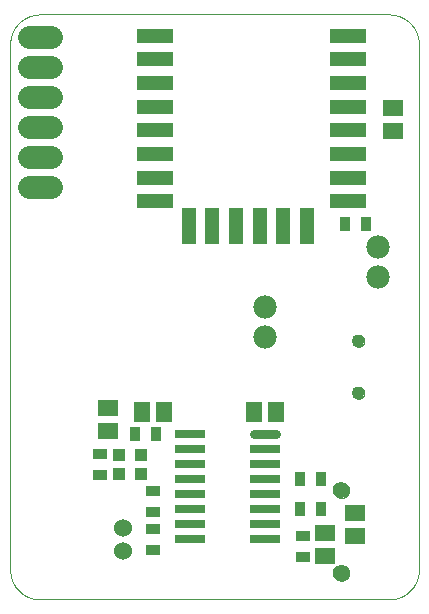
<source format=gbs>
G75*
%MOIN*%
%OFA0B0*%
%FSLAX25Y25*%
%IPPOS*%
%LPD*%
%AMOC8*
5,1,8,0,0,1.08239X$1,22.5*
%
%ADD10C,0.00000*%
%ADD11C,0.06000*%
%ADD12R,0.03550X0.05124*%
%ADD13R,0.05124X0.03550*%
%ADD14C,0.07800*%
%ADD15C,0.07800*%
%ADD16R,0.06699X0.05518*%
%ADD17R,0.05518X0.06699*%
%ADD18R,0.12211X0.05124*%
%ADD19R,0.05124X0.12211*%
%ADD20C,0.02900*%
%ADD21R,0.10400X0.02900*%
%ADD22R,0.04337X0.04140*%
%ADD23C,0.04337*%
%ADD24C,0.05518*%
D10*
X0001000Y0016467D02*
X0001000Y0191742D01*
X0001003Y0191980D01*
X0001011Y0192218D01*
X0001026Y0192455D01*
X0001046Y0192692D01*
X0001072Y0192928D01*
X0001103Y0193164D01*
X0001140Y0193399D01*
X0001183Y0193633D01*
X0001232Y0193866D01*
X0001286Y0194098D01*
X0001346Y0194328D01*
X0001411Y0194557D01*
X0001482Y0194784D01*
X0001558Y0195009D01*
X0001640Y0195232D01*
X0001727Y0195454D01*
X0001819Y0195673D01*
X0001917Y0195890D01*
X0002019Y0196104D01*
X0002127Y0196316D01*
X0002241Y0196526D01*
X0002359Y0196732D01*
X0002482Y0196936D01*
X0002610Y0197136D01*
X0002742Y0197333D01*
X0002880Y0197528D01*
X0003022Y0197718D01*
X0003169Y0197906D01*
X0003320Y0198089D01*
X0003475Y0198269D01*
X0003635Y0198445D01*
X0003799Y0198617D01*
X0003968Y0198786D01*
X0004140Y0198950D01*
X0004316Y0199110D01*
X0004496Y0199265D01*
X0004679Y0199416D01*
X0004867Y0199563D01*
X0005057Y0199705D01*
X0005252Y0199843D01*
X0005449Y0199975D01*
X0005649Y0200103D01*
X0005853Y0200226D01*
X0006059Y0200344D01*
X0006269Y0200458D01*
X0006481Y0200566D01*
X0006695Y0200668D01*
X0006912Y0200766D01*
X0007131Y0200858D01*
X0007353Y0200945D01*
X0007576Y0201027D01*
X0007801Y0201103D01*
X0008028Y0201174D01*
X0008257Y0201239D01*
X0008487Y0201299D01*
X0008719Y0201353D01*
X0008952Y0201402D01*
X0009186Y0201445D01*
X0009421Y0201482D01*
X0009657Y0201513D01*
X0009893Y0201539D01*
X0010130Y0201559D01*
X0010367Y0201574D01*
X0010605Y0201582D01*
X0010843Y0201585D01*
X0127358Y0201585D01*
X0127596Y0201582D01*
X0127834Y0201574D01*
X0128071Y0201559D01*
X0128308Y0201539D01*
X0128544Y0201513D01*
X0128780Y0201482D01*
X0129015Y0201445D01*
X0129249Y0201402D01*
X0129482Y0201353D01*
X0129714Y0201299D01*
X0129944Y0201239D01*
X0130173Y0201174D01*
X0130400Y0201103D01*
X0130625Y0201027D01*
X0130848Y0200945D01*
X0131070Y0200858D01*
X0131289Y0200766D01*
X0131506Y0200668D01*
X0131720Y0200566D01*
X0131932Y0200458D01*
X0132142Y0200344D01*
X0132348Y0200226D01*
X0132552Y0200103D01*
X0132752Y0199975D01*
X0132949Y0199843D01*
X0133144Y0199705D01*
X0133334Y0199563D01*
X0133522Y0199416D01*
X0133705Y0199265D01*
X0133885Y0199110D01*
X0134061Y0198950D01*
X0134233Y0198786D01*
X0134402Y0198617D01*
X0134566Y0198445D01*
X0134726Y0198269D01*
X0134881Y0198089D01*
X0135032Y0197906D01*
X0135179Y0197718D01*
X0135321Y0197528D01*
X0135459Y0197333D01*
X0135591Y0197136D01*
X0135719Y0196936D01*
X0135842Y0196732D01*
X0135960Y0196526D01*
X0136074Y0196316D01*
X0136182Y0196104D01*
X0136284Y0195890D01*
X0136382Y0195673D01*
X0136474Y0195454D01*
X0136561Y0195232D01*
X0136643Y0195009D01*
X0136719Y0194784D01*
X0136790Y0194557D01*
X0136855Y0194328D01*
X0136915Y0194098D01*
X0136969Y0193866D01*
X0137018Y0193633D01*
X0137061Y0193399D01*
X0137098Y0193164D01*
X0137129Y0192928D01*
X0137155Y0192692D01*
X0137175Y0192455D01*
X0137190Y0192218D01*
X0137198Y0191980D01*
X0137201Y0191742D01*
X0137201Y0016467D01*
X0137198Y0016229D01*
X0137190Y0015991D01*
X0137175Y0015754D01*
X0137155Y0015517D01*
X0137129Y0015281D01*
X0137098Y0015045D01*
X0137061Y0014810D01*
X0137018Y0014576D01*
X0136969Y0014343D01*
X0136915Y0014111D01*
X0136855Y0013881D01*
X0136790Y0013652D01*
X0136719Y0013425D01*
X0136643Y0013200D01*
X0136561Y0012977D01*
X0136474Y0012755D01*
X0136382Y0012536D01*
X0136284Y0012319D01*
X0136182Y0012105D01*
X0136074Y0011893D01*
X0135960Y0011683D01*
X0135842Y0011477D01*
X0135719Y0011273D01*
X0135591Y0011073D01*
X0135459Y0010876D01*
X0135321Y0010681D01*
X0135179Y0010491D01*
X0135032Y0010303D01*
X0134881Y0010120D01*
X0134726Y0009940D01*
X0134566Y0009764D01*
X0134402Y0009592D01*
X0134233Y0009423D01*
X0134061Y0009259D01*
X0133885Y0009099D01*
X0133705Y0008944D01*
X0133522Y0008793D01*
X0133334Y0008646D01*
X0133144Y0008504D01*
X0132949Y0008366D01*
X0132752Y0008234D01*
X0132552Y0008106D01*
X0132348Y0007983D01*
X0132142Y0007865D01*
X0131932Y0007751D01*
X0131720Y0007643D01*
X0131506Y0007541D01*
X0131289Y0007443D01*
X0131070Y0007351D01*
X0130848Y0007264D01*
X0130625Y0007182D01*
X0130400Y0007106D01*
X0130173Y0007035D01*
X0129944Y0006970D01*
X0129714Y0006910D01*
X0129482Y0006856D01*
X0129249Y0006807D01*
X0129015Y0006764D01*
X0128780Y0006727D01*
X0128544Y0006696D01*
X0128308Y0006670D01*
X0128071Y0006650D01*
X0127834Y0006635D01*
X0127596Y0006627D01*
X0127358Y0006624D01*
X0010843Y0006624D01*
X0010605Y0006627D01*
X0010367Y0006635D01*
X0010130Y0006650D01*
X0009893Y0006670D01*
X0009657Y0006696D01*
X0009421Y0006727D01*
X0009186Y0006764D01*
X0008952Y0006807D01*
X0008719Y0006856D01*
X0008487Y0006910D01*
X0008257Y0006970D01*
X0008028Y0007035D01*
X0007801Y0007106D01*
X0007576Y0007182D01*
X0007353Y0007264D01*
X0007131Y0007351D01*
X0006912Y0007443D01*
X0006695Y0007541D01*
X0006481Y0007643D01*
X0006269Y0007751D01*
X0006059Y0007865D01*
X0005853Y0007983D01*
X0005649Y0008106D01*
X0005449Y0008234D01*
X0005252Y0008366D01*
X0005057Y0008504D01*
X0004867Y0008646D01*
X0004679Y0008793D01*
X0004496Y0008944D01*
X0004316Y0009099D01*
X0004140Y0009259D01*
X0003968Y0009423D01*
X0003799Y0009592D01*
X0003635Y0009764D01*
X0003475Y0009940D01*
X0003320Y0010120D01*
X0003169Y0010303D01*
X0003022Y0010491D01*
X0002880Y0010681D01*
X0002742Y0010876D01*
X0002610Y0011073D01*
X0002482Y0011273D01*
X0002359Y0011477D01*
X0002241Y0011683D01*
X0002127Y0011893D01*
X0002019Y0012105D01*
X0001917Y0012319D01*
X0001819Y0012536D01*
X0001727Y0012755D01*
X0001640Y0012977D01*
X0001558Y0013200D01*
X0001482Y0013425D01*
X0001411Y0013652D01*
X0001346Y0013881D01*
X0001286Y0014111D01*
X0001232Y0014343D01*
X0001183Y0014576D01*
X0001140Y0014810D01*
X0001103Y0015045D01*
X0001072Y0015281D01*
X0001046Y0015517D01*
X0001026Y0015754D01*
X0001011Y0015991D01*
X0001003Y0016229D01*
X0001000Y0016467D01*
X0108835Y0015423D02*
X0108837Y0015524D01*
X0108843Y0015625D01*
X0108853Y0015726D01*
X0108867Y0015826D01*
X0108885Y0015925D01*
X0108907Y0016024D01*
X0108932Y0016122D01*
X0108962Y0016219D01*
X0108995Y0016314D01*
X0109032Y0016408D01*
X0109073Y0016501D01*
X0109117Y0016592D01*
X0109165Y0016681D01*
X0109217Y0016768D01*
X0109272Y0016853D01*
X0109330Y0016935D01*
X0109391Y0017016D01*
X0109456Y0017094D01*
X0109523Y0017169D01*
X0109593Y0017241D01*
X0109667Y0017311D01*
X0109743Y0017378D01*
X0109821Y0017442D01*
X0109902Y0017502D01*
X0109985Y0017559D01*
X0110071Y0017613D01*
X0110159Y0017664D01*
X0110248Y0017711D01*
X0110339Y0017755D01*
X0110432Y0017794D01*
X0110527Y0017831D01*
X0110622Y0017863D01*
X0110719Y0017892D01*
X0110818Y0017916D01*
X0110916Y0017937D01*
X0111016Y0017954D01*
X0111116Y0017967D01*
X0111217Y0017976D01*
X0111318Y0017981D01*
X0111419Y0017982D01*
X0111520Y0017979D01*
X0111621Y0017972D01*
X0111722Y0017961D01*
X0111822Y0017946D01*
X0111921Y0017927D01*
X0112020Y0017904D01*
X0112117Y0017878D01*
X0112214Y0017847D01*
X0112309Y0017813D01*
X0112402Y0017775D01*
X0112495Y0017733D01*
X0112585Y0017688D01*
X0112674Y0017639D01*
X0112760Y0017587D01*
X0112844Y0017531D01*
X0112927Y0017472D01*
X0113006Y0017410D01*
X0113084Y0017345D01*
X0113158Y0017277D01*
X0113230Y0017205D01*
X0113299Y0017132D01*
X0113365Y0017055D01*
X0113428Y0016976D01*
X0113488Y0016894D01*
X0113544Y0016810D01*
X0113597Y0016724D01*
X0113647Y0016636D01*
X0113693Y0016546D01*
X0113736Y0016455D01*
X0113775Y0016361D01*
X0113810Y0016266D01*
X0113841Y0016170D01*
X0113869Y0016073D01*
X0113893Y0015975D01*
X0113913Y0015876D01*
X0113929Y0015776D01*
X0113941Y0015675D01*
X0113949Y0015575D01*
X0113953Y0015474D01*
X0113953Y0015372D01*
X0113949Y0015271D01*
X0113941Y0015171D01*
X0113929Y0015070D01*
X0113913Y0014970D01*
X0113893Y0014871D01*
X0113869Y0014773D01*
X0113841Y0014676D01*
X0113810Y0014580D01*
X0113775Y0014485D01*
X0113736Y0014391D01*
X0113693Y0014300D01*
X0113647Y0014210D01*
X0113597Y0014122D01*
X0113544Y0014036D01*
X0113488Y0013952D01*
X0113428Y0013870D01*
X0113365Y0013791D01*
X0113299Y0013714D01*
X0113230Y0013641D01*
X0113158Y0013569D01*
X0113084Y0013501D01*
X0113006Y0013436D01*
X0112927Y0013374D01*
X0112844Y0013315D01*
X0112760Y0013259D01*
X0112673Y0013207D01*
X0112585Y0013158D01*
X0112495Y0013113D01*
X0112402Y0013071D01*
X0112309Y0013033D01*
X0112214Y0012999D01*
X0112117Y0012968D01*
X0112020Y0012942D01*
X0111921Y0012919D01*
X0111822Y0012900D01*
X0111722Y0012885D01*
X0111621Y0012874D01*
X0111520Y0012867D01*
X0111419Y0012864D01*
X0111318Y0012865D01*
X0111217Y0012870D01*
X0111116Y0012879D01*
X0111016Y0012892D01*
X0110916Y0012909D01*
X0110818Y0012930D01*
X0110719Y0012954D01*
X0110622Y0012983D01*
X0110527Y0013015D01*
X0110432Y0013052D01*
X0110339Y0013091D01*
X0110248Y0013135D01*
X0110159Y0013182D01*
X0110071Y0013233D01*
X0109985Y0013287D01*
X0109902Y0013344D01*
X0109821Y0013404D01*
X0109743Y0013468D01*
X0109667Y0013535D01*
X0109593Y0013605D01*
X0109523Y0013677D01*
X0109456Y0013752D01*
X0109391Y0013830D01*
X0109330Y0013911D01*
X0109272Y0013993D01*
X0109217Y0014078D01*
X0109165Y0014165D01*
X0109117Y0014254D01*
X0109073Y0014345D01*
X0109032Y0014438D01*
X0108995Y0014532D01*
X0108962Y0014627D01*
X0108932Y0014724D01*
X0108907Y0014822D01*
X0108885Y0014921D01*
X0108867Y0015020D01*
X0108853Y0015120D01*
X0108843Y0015221D01*
X0108837Y0015322D01*
X0108835Y0015423D01*
X0108835Y0042982D02*
X0108837Y0043083D01*
X0108843Y0043184D01*
X0108853Y0043285D01*
X0108867Y0043385D01*
X0108885Y0043484D01*
X0108907Y0043583D01*
X0108932Y0043681D01*
X0108962Y0043778D01*
X0108995Y0043873D01*
X0109032Y0043967D01*
X0109073Y0044060D01*
X0109117Y0044151D01*
X0109165Y0044240D01*
X0109217Y0044327D01*
X0109272Y0044412D01*
X0109330Y0044494D01*
X0109391Y0044575D01*
X0109456Y0044653D01*
X0109523Y0044728D01*
X0109593Y0044800D01*
X0109667Y0044870D01*
X0109743Y0044937D01*
X0109821Y0045001D01*
X0109902Y0045061D01*
X0109985Y0045118D01*
X0110071Y0045172D01*
X0110159Y0045223D01*
X0110248Y0045270D01*
X0110339Y0045314D01*
X0110432Y0045353D01*
X0110527Y0045390D01*
X0110622Y0045422D01*
X0110719Y0045451D01*
X0110818Y0045475D01*
X0110916Y0045496D01*
X0111016Y0045513D01*
X0111116Y0045526D01*
X0111217Y0045535D01*
X0111318Y0045540D01*
X0111419Y0045541D01*
X0111520Y0045538D01*
X0111621Y0045531D01*
X0111722Y0045520D01*
X0111822Y0045505D01*
X0111921Y0045486D01*
X0112020Y0045463D01*
X0112117Y0045437D01*
X0112214Y0045406D01*
X0112309Y0045372D01*
X0112402Y0045334D01*
X0112495Y0045292D01*
X0112585Y0045247D01*
X0112674Y0045198D01*
X0112760Y0045146D01*
X0112844Y0045090D01*
X0112927Y0045031D01*
X0113006Y0044969D01*
X0113084Y0044904D01*
X0113158Y0044836D01*
X0113230Y0044764D01*
X0113299Y0044691D01*
X0113365Y0044614D01*
X0113428Y0044535D01*
X0113488Y0044453D01*
X0113544Y0044369D01*
X0113597Y0044283D01*
X0113647Y0044195D01*
X0113693Y0044105D01*
X0113736Y0044014D01*
X0113775Y0043920D01*
X0113810Y0043825D01*
X0113841Y0043729D01*
X0113869Y0043632D01*
X0113893Y0043534D01*
X0113913Y0043435D01*
X0113929Y0043335D01*
X0113941Y0043234D01*
X0113949Y0043134D01*
X0113953Y0043033D01*
X0113953Y0042931D01*
X0113949Y0042830D01*
X0113941Y0042730D01*
X0113929Y0042629D01*
X0113913Y0042529D01*
X0113893Y0042430D01*
X0113869Y0042332D01*
X0113841Y0042235D01*
X0113810Y0042139D01*
X0113775Y0042044D01*
X0113736Y0041950D01*
X0113693Y0041859D01*
X0113647Y0041769D01*
X0113597Y0041681D01*
X0113544Y0041595D01*
X0113488Y0041511D01*
X0113428Y0041429D01*
X0113365Y0041350D01*
X0113299Y0041273D01*
X0113230Y0041200D01*
X0113158Y0041128D01*
X0113084Y0041060D01*
X0113006Y0040995D01*
X0112927Y0040933D01*
X0112844Y0040874D01*
X0112760Y0040818D01*
X0112673Y0040766D01*
X0112585Y0040717D01*
X0112495Y0040672D01*
X0112402Y0040630D01*
X0112309Y0040592D01*
X0112214Y0040558D01*
X0112117Y0040527D01*
X0112020Y0040501D01*
X0111921Y0040478D01*
X0111822Y0040459D01*
X0111722Y0040444D01*
X0111621Y0040433D01*
X0111520Y0040426D01*
X0111419Y0040423D01*
X0111318Y0040424D01*
X0111217Y0040429D01*
X0111116Y0040438D01*
X0111016Y0040451D01*
X0110916Y0040468D01*
X0110818Y0040489D01*
X0110719Y0040513D01*
X0110622Y0040542D01*
X0110527Y0040574D01*
X0110432Y0040611D01*
X0110339Y0040650D01*
X0110248Y0040694D01*
X0110159Y0040741D01*
X0110071Y0040792D01*
X0109985Y0040846D01*
X0109902Y0040903D01*
X0109821Y0040963D01*
X0109743Y0041027D01*
X0109667Y0041094D01*
X0109593Y0041164D01*
X0109523Y0041236D01*
X0109456Y0041311D01*
X0109391Y0041389D01*
X0109330Y0041470D01*
X0109272Y0041552D01*
X0109217Y0041637D01*
X0109165Y0041724D01*
X0109117Y0041813D01*
X0109073Y0041904D01*
X0109032Y0041997D01*
X0108995Y0042091D01*
X0108962Y0042186D01*
X0108932Y0042283D01*
X0108907Y0042381D01*
X0108885Y0042480D01*
X0108867Y0042579D01*
X0108853Y0042679D01*
X0108843Y0042780D01*
X0108837Y0042881D01*
X0108835Y0042982D01*
X0115094Y0075463D02*
X0115096Y0075551D01*
X0115102Y0075639D01*
X0115112Y0075727D01*
X0115126Y0075815D01*
X0115143Y0075901D01*
X0115165Y0075987D01*
X0115190Y0076071D01*
X0115220Y0076155D01*
X0115252Y0076237D01*
X0115289Y0076317D01*
X0115329Y0076396D01*
X0115373Y0076473D01*
X0115420Y0076548D01*
X0115470Y0076620D01*
X0115524Y0076691D01*
X0115580Y0076758D01*
X0115640Y0076824D01*
X0115702Y0076886D01*
X0115768Y0076946D01*
X0115835Y0077002D01*
X0115906Y0077056D01*
X0115978Y0077106D01*
X0116053Y0077153D01*
X0116130Y0077197D01*
X0116209Y0077237D01*
X0116289Y0077274D01*
X0116371Y0077306D01*
X0116455Y0077336D01*
X0116539Y0077361D01*
X0116625Y0077383D01*
X0116711Y0077400D01*
X0116799Y0077414D01*
X0116887Y0077424D01*
X0116975Y0077430D01*
X0117063Y0077432D01*
X0117151Y0077430D01*
X0117239Y0077424D01*
X0117327Y0077414D01*
X0117415Y0077400D01*
X0117501Y0077383D01*
X0117587Y0077361D01*
X0117671Y0077336D01*
X0117755Y0077306D01*
X0117837Y0077274D01*
X0117917Y0077237D01*
X0117996Y0077197D01*
X0118073Y0077153D01*
X0118148Y0077106D01*
X0118220Y0077056D01*
X0118291Y0077002D01*
X0118358Y0076946D01*
X0118424Y0076886D01*
X0118486Y0076824D01*
X0118546Y0076758D01*
X0118602Y0076691D01*
X0118656Y0076620D01*
X0118706Y0076548D01*
X0118753Y0076473D01*
X0118797Y0076396D01*
X0118837Y0076317D01*
X0118874Y0076237D01*
X0118906Y0076155D01*
X0118936Y0076071D01*
X0118961Y0075987D01*
X0118983Y0075901D01*
X0119000Y0075815D01*
X0119014Y0075727D01*
X0119024Y0075639D01*
X0119030Y0075551D01*
X0119032Y0075463D01*
X0119030Y0075375D01*
X0119024Y0075287D01*
X0119014Y0075199D01*
X0119000Y0075111D01*
X0118983Y0075025D01*
X0118961Y0074939D01*
X0118936Y0074855D01*
X0118906Y0074771D01*
X0118874Y0074689D01*
X0118837Y0074609D01*
X0118797Y0074530D01*
X0118753Y0074453D01*
X0118706Y0074378D01*
X0118656Y0074306D01*
X0118602Y0074235D01*
X0118546Y0074168D01*
X0118486Y0074102D01*
X0118424Y0074040D01*
X0118358Y0073980D01*
X0118291Y0073924D01*
X0118220Y0073870D01*
X0118148Y0073820D01*
X0118073Y0073773D01*
X0117996Y0073729D01*
X0117917Y0073689D01*
X0117837Y0073652D01*
X0117755Y0073620D01*
X0117671Y0073590D01*
X0117587Y0073565D01*
X0117501Y0073543D01*
X0117415Y0073526D01*
X0117327Y0073512D01*
X0117239Y0073502D01*
X0117151Y0073496D01*
X0117063Y0073494D01*
X0116975Y0073496D01*
X0116887Y0073502D01*
X0116799Y0073512D01*
X0116711Y0073526D01*
X0116625Y0073543D01*
X0116539Y0073565D01*
X0116455Y0073590D01*
X0116371Y0073620D01*
X0116289Y0073652D01*
X0116209Y0073689D01*
X0116130Y0073729D01*
X0116053Y0073773D01*
X0115978Y0073820D01*
X0115906Y0073870D01*
X0115835Y0073924D01*
X0115768Y0073980D01*
X0115702Y0074040D01*
X0115640Y0074102D01*
X0115580Y0074168D01*
X0115524Y0074235D01*
X0115470Y0074306D01*
X0115420Y0074378D01*
X0115373Y0074453D01*
X0115329Y0074530D01*
X0115289Y0074609D01*
X0115252Y0074689D01*
X0115220Y0074771D01*
X0115190Y0074855D01*
X0115165Y0074939D01*
X0115143Y0075025D01*
X0115126Y0075111D01*
X0115112Y0075199D01*
X0115102Y0075287D01*
X0115096Y0075375D01*
X0115094Y0075463D01*
X0115094Y0092785D02*
X0115096Y0092873D01*
X0115102Y0092961D01*
X0115112Y0093049D01*
X0115126Y0093137D01*
X0115143Y0093223D01*
X0115165Y0093309D01*
X0115190Y0093393D01*
X0115220Y0093477D01*
X0115252Y0093559D01*
X0115289Y0093639D01*
X0115329Y0093718D01*
X0115373Y0093795D01*
X0115420Y0093870D01*
X0115470Y0093942D01*
X0115524Y0094013D01*
X0115580Y0094080D01*
X0115640Y0094146D01*
X0115702Y0094208D01*
X0115768Y0094268D01*
X0115835Y0094324D01*
X0115906Y0094378D01*
X0115978Y0094428D01*
X0116053Y0094475D01*
X0116130Y0094519D01*
X0116209Y0094559D01*
X0116289Y0094596D01*
X0116371Y0094628D01*
X0116455Y0094658D01*
X0116539Y0094683D01*
X0116625Y0094705D01*
X0116711Y0094722D01*
X0116799Y0094736D01*
X0116887Y0094746D01*
X0116975Y0094752D01*
X0117063Y0094754D01*
X0117151Y0094752D01*
X0117239Y0094746D01*
X0117327Y0094736D01*
X0117415Y0094722D01*
X0117501Y0094705D01*
X0117587Y0094683D01*
X0117671Y0094658D01*
X0117755Y0094628D01*
X0117837Y0094596D01*
X0117917Y0094559D01*
X0117996Y0094519D01*
X0118073Y0094475D01*
X0118148Y0094428D01*
X0118220Y0094378D01*
X0118291Y0094324D01*
X0118358Y0094268D01*
X0118424Y0094208D01*
X0118486Y0094146D01*
X0118546Y0094080D01*
X0118602Y0094013D01*
X0118656Y0093942D01*
X0118706Y0093870D01*
X0118753Y0093795D01*
X0118797Y0093718D01*
X0118837Y0093639D01*
X0118874Y0093559D01*
X0118906Y0093477D01*
X0118936Y0093393D01*
X0118961Y0093309D01*
X0118983Y0093223D01*
X0119000Y0093137D01*
X0119014Y0093049D01*
X0119024Y0092961D01*
X0119030Y0092873D01*
X0119032Y0092785D01*
X0119030Y0092697D01*
X0119024Y0092609D01*
X0119014Y0092521D01*
X0119000Y0092433D01*
X0118983Y0092347D01*
X0118961Y0092261D01*
X0118936Y0092177D01*
X0118906Y0092093D01*
X0118874Y0092011D01*
X0118837Y0091931D01*
X0118797Y0091852D01*
X0118753Y0091775D01*
X0118706Y0091700D01*
X0118656Y0091628D01*
X0118602Y0091557D01*
X0118546Y0091490D01*
X0118486Y0091424D01*
X0118424Y0091362D01*
X0118358Y0091302D01*
X0118291Y0091246D01*
X0118220Y0091192D01*
X0118148Y0091142D01*
X0118073Y0091095D01*
X0117996Y0091051D01*
X0117917Y0091011D01*
X0117837Y0090974D01*
X0117755Y0090942D01*
X0117671Y0090912D01*
X0117587Y0090887D01*
X0117501Y0090865D01*
X0117415Y0090848D01*
X0117327Y0090834D01*
X0117239Y0090824D01*
X0117151Y0090818D01*
X0117063Y0090816D01*
X0116975Y0090818D01*
X0116887Y0090824D01*
X0116799Y0090834D01*
X0116711Y0090848D01*
X0116625Y0090865D01*
X0116539Y0090887D01*
X0116455Y0090912D01*
X0116371Y0090942D01*
X0116289Y0090974D01*
X0116209Y0091011D01*
X0116130Y0091051D01*
X0116053Y0091095D01*
X0115978Y0091142D01*
X0115906Y0091192D01*
X0115835Y0091246D01*
X0115768Y0091302D01*
X0115702Y0091362D01*
X0115640Y0091424D01*
X0115580Y0091490D01*
X0115524Y0091557D01*
X0115470Y0091628D01*
X0115420Y0091700D01*
X0115373Y0091775D01*
X0115329Y0091852D01*
X0115289Y0091931D01*
X0115252Y0092011D01*
X0115220Y0092093D01*
X0115190Y0092177D01*
X0115165Y0092261D01*
X0115143Y0092347D01*
X0115126Y0092433D01*
X0115112Y0092521D01*
X0115102Y0092609D01*
X0115096Y0092697D01*
X0115094Y0092785D01*
D11*
X0038500Y0030561D03*
X0038500Y0022687D03*
D12*
X0042457Y0061624D03*
X0049543Y0061624D03*
X0097457Y0046624D03*
X0097457Y0036624D03*
X0104543Y0036624D03*
X0104543Y0046624D03*
X0112457Y0131624D03*
X0119543Y0131624D03*
D13*
X0098500Y0027667D03*
X0098500Y0020581D03*
X0048500Y0023081D03*
X0048500Y0030167D03*
X0048500Y0035581D03*
X0048500Y0042667D03*
X0031000Y0048081D03*
X0031000Y0055167D03*
D14*
X0014700Y0144124D02*
X0007300Y0144124D01*
X0007300Y0154124D02*
X0014700Y0154124D01*
X0014700Y0164124D02*
X0007300Y0164124D01*
X0007300Y0174124D02*
X0014700Y0174124D01*
X0014700Y0184124D02*
X0007300Y0184124D01*
X0007300Y0194124D02*
X0014700Y0194124D01*
D15*
X0086000Y0104124D03*
X0086000Y0094124D03*
X0123500Y0114124D03*
X0123500Y0124124D03*
D16*
X0128500Y0162884D03*
X0128500Y0170364D03*
X0116000Y0035364D03*
X0116000Y0027884D03*
X0106000Y0028652D03*
X0106000Y0021171D03*
X0033500Y0062884D03*
X0033500Y0070364D03*
D17*
X0044760Y0069124D03*
X0052240Y0069124D03*
X0082260Y0069124D03*
X0089740Y0069124D03*
D18*
X0113677Y0139341D03*
X0113677Y0147215D03*
X0113677Y0155089D03*
X0113677Y0162963D03*
X0113677Y0170837D03*
X0113677Y0178711D03*
X0113677Y0186585D03*
X0113677Y0194459D03*
X0049110Y0194459D03*
X0049110Y0186585D03*
X0049110Y0178711D03*
X0049110Y0170837D03*
X0049110Y0162963D03*
X0049110Y0155089D03*
X0049110Y0147215D03*
X0049110Y0139341D03*
D19*
X0060528Y0131073D03*
X0068402Y0131073D03*
X0076276Y0131073D03*
X0084150Y0131073D03*
X0092024Y0131073D03*
X0099898Y0131073D03*
D20*
X0089750Y0061624D02*
X0082250Y0061624D01*
D21*
X0086000Y0056624D03*
X0086000Y0051624D03*
X0086000Y0046624D03*
X0086000Y0041624D03*
X0086000Y0036624D03*
X0086000Y0031624D03*
X0086000Y0026624D03*
X0061000Y0026624D03*
X0061000Y0031624D03*
X0061000Y0036624D03*
X0061000Y0041624D03*
X0061000Y0046624D03*
X0061000Y0051624D03*
X0061000Y0056624D03*
X0061000Y0061624D03*
D22*
X0044642Y0054675D03*
X0044642Y0048573D03*
X0037358Y0048573D03*
X0037358Y0054675D03*
D23*
X0117063Y0075463D03*
X0117063Y0092785D03*
D24*
X0111394Y0042982D03*
X0111394Y0015423D03*
M02*

</source>
